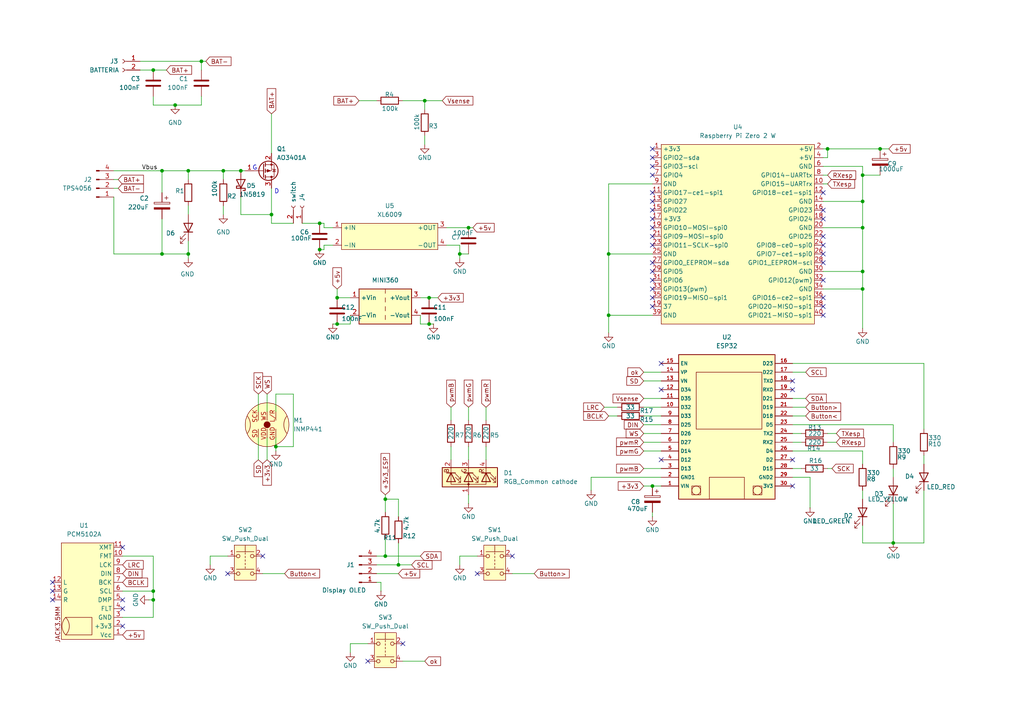
<source format=kicad_sch>
(kicad_sch (version 20250114) (generator "eeschema") (generator_version "9.0")
  (paper "A4")
  (lib_symbols
    (symbol "Connector:Conn_01x02_Socket" (pin_names (offset 1.016) (hide yes))
      (property "Reference" "J" (at 0 2.54 0))
      (property "Value" "Conn_01x02_Socket" (at 0 -5.08 0))
      (symbol "Conn_01x02_Socket_1_1"
        (pin passive line (at -5.08 0 0) (length 3.81) (name "Pin_1") (number "1"))
        (pin passive line (at -5.08 -2.54 0) (length 3.81) (name "Pin_2") (number "2"))
      )
    )
    (symbol "Connector:Conn_01x04_Pin" (pin_names (offset 1.016) (hide yes))
      (property "Reference" "J" (at 0 5.08 0))
      (property "Value" "Conn_01x04_Pin" (at 0 -7.62 0))
      (symbol "Conn_01x04_Pin_1_1"
        (pin passive line (at 5.08 2.54 180) (length 3.81) (name "Pin_1") (number "1"))
        (pin passive line (at 5.08 0 180) (length 3.81) (name "Pin_2") (number "2"))
        (pin passive line (at 5.08 -2.54 180) (length 3.81) (name "Pin_3") (number "3"))
        (pin passive line (at 5.08 -5.08 180) (length 3.81) (name "Pin_4") (number "4"))
      )
    )
    (symbol "Device:C" (pin_numbers (hide yes)) (pin_names (offset 0.254))
      (property "Reference" "C" (at 0.635 2.54 0))
      (property "Value" "C" (at 0.635 -2.54 0))
      (symbol "C_1_1"
        (pin passive line (at 0 3.81 270) (length 2.794) (name "~") (number "1"))
        (pin passive line (at 0 -3.81 90) (length 2.794) (name "~") (number "2"))
      )
    )
    (symbol "Device:C_Polarized" (pin_numbers (hide yes)) (pin_names (offset 0.254))
      (property "Reference" "C" (at 0.635 2.54 0))
      (property "Value" "C_Polarized" (at 0.635 -2.54 0))
      (symbol "C_Polarized_1_1"
        (pin passive line (at 0 3.81 270) (length 2.794) (name "~") (number "1"))
        (pin passive line (at 0 -3.81 90) (length 2.794) (name "~") (number "2"))
      )
    )
    (symbol "Device:LED" (pin_numbers (hide yes)) (pin_names (offset 1.016) (hide yes))
      (property "Reference" "D" (at 0 2.54 0))
      (property "Value" "LED" (at 0 -2.54 0))
      (symbol "LED_1_1"
        (pin passive line (at -3.81 0 0) (length 2.54) (name "K") (number "1"))
        (pin passive line (at 3.81 0 180) (length 2.54) (name "A") (number "2"))
      )
    )
    (symbol "Device:LED_ABGR" (pin_names (offset 0) (hide yes))
      (property "Reference" "D" (at 0 9.398 0))
      (property "Value" "LED_ABGR" (at 0 -8.89 0))
      (symbol "LED_ABGR_0_0"
        (text "R" (at -1.905 3.81 0) (effects (font (size 1.27 1.27))))
        (text "G" (at -1.905 -1.27 0) (effects (font (size 1.27 1.27))))
        (text "B" (at -1.905 -6.35 0) (effects (font (size 1.27 1.27))))
      )
      (symbol "LED_ABGR_1_1"
        (pin passive line (at -5.08 5.08 0) (length 2.54) (name "RK") (number "4"))
        (pin passive line (at -5.08 0 0) (length 2.54) (name "GK") (number "3"))
        (pin passive line (at -5.08 -5.08 0) (length 2.54) (name "BK") (number "2"))
        (pin passive line (at 5.08 0 180) (length 2.54) (name "A") (number "1"))
      )
    )
    (symbol "Device:R" (pin_numbers (hide yes)) (pin_names (offset 0))
      (property "Reference" "R" (at 2.032 0 90))
      (property "Value" "R" (at 0 0 90))
      (symbol "R_1_1"
        (pin passive line (at 0 3.81 270) (length 1.27) (name "~") (number "1"))
        (pin passive line (at 0 -3.81 90) (length 1.27) (name "~") (number "2"))
      )
    )
    (symbol "Diode:1N5819" (pin_numbers (hide yes)) (pin_names (offset 1.016) (hide yes))
      (property "Reference" "D" (at 0 2.54 0))
      (property "Value" "1N5819" (at 0 -2.54 0))
      (symbol "1N5819_1_1"
        (pin passive line (at -3.81 0 0) (length 2.54) (name "K") (number "1"))
        (pin passive line (at 3.81 0 180) (length 2.54) (name "A") (number "2"))
      )
    )
    (symbol "Libreria_Personale:ESP32"
      (property "Reference" "U" (at 11.43 26.67 0))
      (property "Value" "ESP32" (at 0 0 0))
      (symbol "ESP32_1_0"
        (pin input line (at -19.05 22.86 0) (length 5.08) (name "EN") (number "15"))
        (pin input line (at -19.05 20.32 0) (length 5.08) (name "VP") (number "14"))
        (pin input line (at -19.05 17.78 0) (length 5.08) (name "VN") (number "13"))
        (pin bidirectional line (at -19.05 15.24 0) (length 5.08) (name "D34") (number "12"))
        (pin bidirectional line (at -19.05 12.7 0) (length 5.08) (name "D35") (number "11"))
        (pin bidirectional line (at -19.05 10.16 0) (length 5.08) (name "D32") (number "10"))
        (pin bidirectional line (at -19.05 7.62 0) (length 5.08) (name "D33") (number "9"))
        (pin bidirectional line (at -19.05 5.08 0) (length 5.08) (name "D25") (number "8"))
        (pin bidirectional line (at -19.05 2.54 0) (length 5.08) (name "D26") (number "7"))
        (pin bidirectional line (at -19.05 0 0) (length 5.08) (name "D27") (number "6"))
        (pin bidirectional line (at -19.05 -2.54 0) (length 5.08) (name "D14") (number "5"))
        (pin bidirectional line (at -19.05 -5.08 0) (length 5.08) (name "D12") (number "4"))
        (pin bidirectional line (at -19.05 -7.62 0) (length 5.08) (name "D13") (number "3"))
        (pin power_in line (at -19.05 -10.16 0) (length 5.08) (name "GND1") (number "2"))
        (pin power_in line (at -19.05 -12.7 0) (length 5.08) (name "VIN") (number "1"))
        (pin bidirectional line (at 19.05 22.86 180) (length 5.08) (name "D23") (number "16"))
        (pin bidirectional line (at 19.05 20.32 180) (length 5.08) (name "D22") (number "17"))
        (pin output line (at 19.05 17.78 180) (length 5.08) (name "TX0") (number "18"))
        (pin input line (at 19.05 15.24 180) (length 5.08) (name "RX0") (number "19"))
        (pin bidirectional line (at 19.05 12.7 180) (length 5.08) (name "D21") (number "20"))
        (pin bidirectional line (at 19.05 10.16 180) (length 5.08) (name "D19") (number "21"))
        (pin bidirectional line (at 19.05 7.62 180) (length 5.08) (name "D18") (number "22"))
        (pin bidirectional line (at 19.05 5.08 180) (length 5.08) (name "D5") (number "23"))
        (pin power_in line (at 19.05 2.54 180) (length 5.08) (name "TX2") (number "24"))
        (pin power_in line (at 19.05 0 180) (length 5.08) (name "RX2") (number "25"))
        (pin bidirectional line (at 19.05 -2.54 180) (length 5.08) (name "D4") (number "26"))
        (pin bidirectional line (at 19.05 -5.08 180) (length 5.08) (name "D2") (number "27"))
        (pin bidirectional line (at 19.05 -7.62 180) (length 5.08) (name "D15") (number "28"))
        (pin power_in line (at 19.05 -10.16 180) (length 5.08) (name "GND2") (number "29"))
        (pin power_in line (at 19.05 -12.7 180) (length 5.08) (name "3V3") (number "30"))
      )
    )
    (symbol "Libreria_Personale:INMP441_Microphone_I2S"
      (property "Reference" "M1" (at 7.62 1.2701 0))
      (property "Value" "INMP441" (at 7.62 -1.2699 0))
      (symbol "INMP441_Microphone_I2S_1_1"
        (pin bidirectional line (at -2.54 3.81 270) (length 2.54) (name "") (number "SCK"))
        (pin bidirectional line (at -2.54 -3.81 90) (length 2.54) (name "") (number "SD"))
        (pin bidirectional line (at 0 3.81 270) (length 2.54) (name "") (number "WS"))
        (pin power_in line (at 0 -3.81 90) (length 2.54) (name "") (number "VDD"))
        (pin input line (at 2.54 3.81 270) (length 2.54) (name "") (number "L/R"))
        (pin power_in line (at 2.54 -3.81 90) (length 2.54) (name "") (number "GND"))
      )
    )
    (symbol "Libreria_Personale:Mini360_DCDC_stepdown"
      (property "Value" "MINI360" (at 0 -7.62 0))
      (symbol "Mini360_DCDC_stepdown_0_0"
        (pin power_in line (at -10.16 1.27 0) (length 2.54) (name "+Vin") (number "1"))
        (pin power_in line (at -10.16 -3.81 0) (length 2.54) (name "-Vin") (number "2"))
        (pin power_out line (at 10.16 -3.81 180) (length 2.54) (name "-Vout") (number "4"))
      )
      (symbol "Mini360_DCDC_stepdown_1_0"
        (pin power_out line (at 10.16 1.27 180) (length 2.54) (name "+Vout") (number "3"))
      )
    )
    (symbol "Libreria_Personale:PCM5102A"
      (property "Reference" "U" (at 17.018 5.08 0))
      (property "Value" "PCM5102A" (at 0 0 0))
      (symbol "PCM5102A_1_1"
        (text "JACK3.5MM" (at 10.922 -8.636 0) (effects (font (size 1.27 1.27))))
        (pin input line (at -11.43 10.16 270) (length 2.54) (name "XMT") (number "11"))
        (pin input line (at -8.89 10.16 270) (length 2.54) (name "FMT") (number "10"))
        (pin input line (at -6.35 10.16 270) (length 2.54) (name "LCK") (number "9"))
        (pin input line (at -3.81 10.16 270) (length 2.54) (name "DIN") (number "8"))
        (pin input line (at -1.27 10.16 270) (length 2.54) (name "BCK") (number "7"))
        (pin input line (at -1.27 -10.16 90) (length 2.54) (name "L") (number "12"))
        (pin input line (at 1.27 10.16 270) (length 2.54) (name "SCL") (number "6"))
        (pin input line (at 1.27 -10.16 90) (length 2.54) (name "G") (number "13"))
        (pin input line (at 3.81 10.16 270) (length 2.54) (name "DMP") (number "5"))
        (pin input line (at 3.81 -10.16 90) (length 2.54) (name "R") (number "14"))
        (pin input line (at 6.35 10.16 270) (length 2.54) (name "FLT") (number "4"))
        (pin input line (at 8.89 10.16 270) (length 2.54) (name "GND") (number "3"))
        (pin input line (at 11.43 10.16 270) (length 2.54) (name "+3v3") (number "2"))
        (pin input line (at 13.97 10.16 270) (length 2.54) (name "Vcc") (number "1"))
      )
    )
    (symbol "Libreria_Personale:Raspberry_Pi_Zero_2_W"
      (property "Reference" "U" (at 15.748 8.636 0))
      (property "Value" "Raspberry Pi Zero 2 W" (at -0.508 -45.72 0))
      (symbol "Raspberry_Pi_Zero_2_W_1_1"
        (pin input line (at -25.4 6.35 0) (length 2.54) (name "+3v3") (number "1"))
        (pin input line (at -25.4 3.81 0) (length 2.54) (name "GPIO2-sda") (number "3"))
        (pin input line (at -25.4 1.27 0) (length 2.54) (name "GPIO3-scl") (number "5"))
        (pin input line (at -25.4 -1.27 0) (length 2.54) (name "GPIO4") (number "7"))
        (pin input line (at -25.4 -3.81 0) (length 2.54) (name "GND") (number "9"))
        (pin input line (at -25.4 -6.35 0) (length 2.54) (name "GPIO17-ce1-spi1") (number "11"))
        (pin input line (at -25.4 -8.89 0) (length 2.54) (name "GPIO27") (number "13"))
        (pin input line (at -25.4 -11.43 0) (length 2.54) (name "GPIO22") (number "15"))
        (pin input line (at -25.4 -13.97 0) (length 2.54) (name "+3V3") (number "17"))
        (pin input line (at -25.4 -16.51 0) (length 2.54) (name "GPIO10-MOSI-spi0") (number "19"))
        (pin input line (at -25.4 -19.05 0) (length 2.54) (name "GPIO9-MOSI-spi0") (number "21"))
        (pin input line (at -25.4 -21.59 0) (length 2.54) (name "GPIO11-SCLK-spi0") (number "23"))
        (pin input line (at -25.4 -24.13 0) (length 2.54) (name "GND") (number "25"))
        (pin input line (at -25.4 -26.67 0) (length 2.54) (name "GPIO0_EEPROM-sda") (number "27"))
        (pin input line (at -25.4 -29.21 0) (length 2.54) (name "GPIO5") (number "29"))
        (pin input line (at -25.4 -31.75 0) (length 2.54) (name "GPIO6") (number "31"))
        (pin input line (at -25.4 -34.29 0) (length 2.54) (name "GPIO13(pwm)") (number "33"))
        (pin input line (at -25.4 -36.83 0) (length 2.54) (name "GPIO19-MISO-spi1") (number "35"))
        (pin input line (at -25.4 -39.37 0) (length 2.54) (name "37") (number "19"))
        (pin input line (at -25.4 -41.91 0) (length 2.54) (name "GND") (number "39"))
        (pin input line (at 24.13 6.35 180) (length 2.54) (name "+5V") (number "2"))
        (pin input line (at 24.13 3.81 180) (length 2.54) (name "+5V") (number "4"))
        (pin input line (at 24.13 1.27 180) (length 2.54) (name "GND") (number "6"))
        (pin input line (at 24.13 -1.27 180) (length 2.54) (name "GPIO14-UARTtx") (number "8"))
        (pin input line (at 24.13 -3.81 180) (length 2.54) (name "GPIO15-UARTrx") (number "10"))
        (pin input line (at 24.13 -6.35 180) (length 2.54) (name "GPIO18-ce1-spi1") (number "12"))
        (pin input line (at 24.13 -8.89 180) (length 2.54) (name "GND") (number "14"))
        (pin input line (at 24.13 -11.43 180) (length 2.54) (name "GPIO23") (number "16"))
        (pin input line (at 24.13 -13.97 180) (length 2.54) (name "GPIO24") (number "18"))
        (pin input line (at 24.13 -16.51 180) (length 2.54) (name "GND") (number "20"))
        (pin input line (at 24.13 -19.05 180) (length 2.54) (name "GPIO25") (number "22"))
        (pin input line (at 24.13 -21.59 180) (length 2.54) (name "GPIO8-ce0-spi0") (number "24"))
        (pin input line (at 24.13 -24.13 180) (length 2.54) (name "GPIO7-ce1-spi0") (number "26"))
        (pin input line (at 24.13 -26.67 180) (length 2.54) (name "GPIO1_EEPROM-scl") (number "28"))
        (pin input line (at 24.13 -29.21 180) (length 2.54) (name "GND") (number "30"))
        (pin input line (at 24.13 -31.75 180) (length 2.54) (name "GPIO12(pwm)") (number "32"))
        (pin input line (at 24.13 -34.29 180) (length 2.54) (name "GND") (number "34"))
        (pin input line (at 24.13 -36.83 180) (length 2.54) (name "GPIO16-ce2-spi1") (number "36"))
        (pin input line (at 24.13 -39.37 180) (length 2.54) (name "GPIO20-MISO-spi1") (number "38"))
        (pin input line (at 24.13 -41.91 180) (length 2.54) (name "GPIO21-MISO-spi1") (number "40"))
      )
    )
    (symbol "Libreria_Personale:XL6009"
      (property "Reference" "U" (at 10.922 4.826 0))
      (property "Value" "XL6009" (at 0 0 0))
      (symbol "XL6009_1_1"
        (pin input line (at -16.51 2.54 0) (length 2.54) (name "+IN") (number "1"))
        (pin input line (at -16.51 -2.54 0) (length 2.54) (name "-IN") (number "2"))
        (pin output line (at 16.51 2.54 180) (length 2.54) (name "+OUT") (number "3"))
        (pin output line (at 16.51 -2.54 180) (length 2.54) (name "-OUT") (number "4"))
      )
    )
    (symbol "Switch:SW_Push_Dual" (pin_names (offset 1.016) (hide yes))
      (property "Reference" "SW" (at 0 7.62 0))
      (property "Value" "SW_Push_Dual" (at 0 -6.35 0))
      (symbol "SW_Push_Dual_0_1"
        (pin passive line (at -5.08 2.54 0) (length 2.54) (name "1") (number "1"))
        (pin passive line (at -5.08 -2.54 0) (length 2.54) (name "3") (number "3"))
        (pin passive line (at 5.08 2.54 180) (length 2.54) (name "2") (number "2"))
        (pin passive line (at 5.08 -2.54 180) (length 2.54) (name "4") (number "4"))
      )
    )
    (symbol "Transistor_FET:AO3401A" (pin_names (hide yes))
      (property "Reference" "Q" (at 5.08 1.905 0))
      (property "Value" "AO3401A" (at 5.08 0 0))
      (symbol "AO3401A_1_1"
        (pin input line (at -5.08 0 0) (length 2.54) (name "G") (number "1"))
        (pin passive line (at 2.54 5.08 270) (length 2.54) (name "D") (number "3"))
        (pin passive line (at 2.54 -5.08 90) (length 2.54) (name "S") (number "2"))
      )
    )
    (symbol "power:GND" (power) (pin_numbers (hide yes)) (pin_names (offset 0) (hide yes))
      (property "Value" "GND" (at 0 -3.81 0))
      (symbol "GND_1_1"
        (pin power_in line (at 0 0 270) (length 0) (name "~") (number "1"))
      )
    )
  )
  (text "G" (at 73.914 48.768 0) (effects (font (size 1.27 1.27))))
  (text "D" (at 80.264 55.626 0) (effects (font (size 1.27 1.27))))
  (junction (at 97.79 86.36))
  (junction (at 46.99 49.53))
  (junction (at 44.45 20.32))
  (junction (at 78.74 62.23))
  (junction (at 64.77 49.53))
  (junction (at 240.03 43.18))
  (junction (at 46.99 73.66))
  (junction (at 123.19 29.21))
  (junction (at 115.57 163.83))
  (junction (at 189.23 140.97))
  (junction (at 54.61 49.53))
  (junction (at 250.19 50.8))
  (junction (at 255.27 43.18))
  (junction (at 111.76 161.29))
  (junction (at 44.45 171.45))
  (junction (at 176.53 91.44))
  (junction (at 80.01 129.54))
  (junction (at 111.76 144.78))
  (junction (at 44.45 173.99))
  (junction (at 250.19 58.42))
  (junction (at 92.71 72.39))
  (junction (at 124.46 86.36))
  (junction (at 135.89 66.04))
  (junction (at 250.19 66.04))
  (junction (at 176.53 73.66))
  (junction (at 69.85 49.53))
  (junction (at 250.19 83.82))
  (junction (at 54.61 73.66))
  (junction (at 58.42 17.78))
  (junction (at 133.35 73.66))
  (junction (at 92.71 64.77))
  (junction (at 259.08 157.48))
  (junction (at 50.8 30.48))
  (junction (at 97.79 93.98))
  (junction (at 250.19 78.74))
  (junction (at 124.46 93.98))
  (no_connect (at 189.23 81.28))
  (no_connect (at 189.23 58.42))
  (no_connect (at 238.76 88.9))
  (no_connect (at 106.68 191.77))
  (no_connect (at 238.76 73.66))
  (no_connect (at 35.56 176.53))
  (no_connect (at 35.56 158.75))
  (no_connect (at 189.23 48.26))
  (no_connect (at 238.76 91.44))
  (no_connect (at 189.23 66.04))
  (no_connect (at 189.23 86.36))
  (no_connect (at 191.77 133.35))
  (no_connect (at 189.23 83.82))
  (no_connect (at 229.87 133.35))
  (no_connect (at 238.76 63.5))
  (no_connect (at 189.23 68.58))
  (no_connect (at 238.76 68.58))
  (no_connect (at 15.24 171.45))
  (no_connect (at 191.77 113.03))
  (no_connect (at 189.23 45.72))
  (no_connect (at 15.24 173.99))
  (no_connect (at 238.76 55.88))
  (no_connect (at 148.59 161.29))
  (no_connect (at 238.76 86.36))
  (no_connect (at 238.76 76.2))
  (no_connect (at 229.87 110.49))
  (no_connect (at 35.56 173.99))
  (no_connect (at 189.23 71.12))
  (no_connect (at 189.23 76.2))
  (no_connect (at 35.56 181.61))
  (no_connect (at 189.23 60.96))
  (no_connect (at 189.23 88.9))
  (no_connect (at 189.23 78.74))
  (no_connect (at 238.76 71.12))
  (no_connect (at 238.76 60.96))
  (no_connect (at 229.87 140.97))
  (no_connect (at 189.23 55.88))
  (no_connect (at 189.23 63.5))
  (no_connect (at 189.23 43.18))
  (no_connect (at 66.04 166.37))
  (no_connect (at 15.24 168.91))
  (no_connect (at 191.77 105.41))
  (no_connect (at 116.84 186.69))
  (no_connect (at 229.87 113.03))
  (no_connect (at 189.23 50.8))
  (no_connect (at 76.2 161.29))
  (no_connect (at 238.76 81.28))
  (no_connect (at 138.43 166.37))
  (wire (pts (xy 176.53 73.66) (xy 176.53 91.44)))
  (wire (pts (xy 140.97 133.35) (xy 140.97 129.54)))
  (wire (pts (xy 111.76 156.21) (xy 111.76 161.29)))
  (wire (pts (xy 229.87 123.19) (xy 259.08 123.19)))
  (wire (pts (xy 240.03 45.72) (xy 240.03 43.18)))
  (wire (pts (xy 44.45 20.32) (xy 40.64 20.32)))
  (wire (pts (xy 186.69 120.65) (xy 191.77 120.65)))
  (wire (pts (xy 101.6 93.98) (xy 97.79 93.98)))
  (wire (pts (xy 46.99 73.66) (xy 54.61 73.66)))
  (wire (pts (xy 35.56 179.07) (xy 44.45 179.07)))
  (wire (pts (xy 129.54 71.12) (xy 133.35 71.12)))
  (wire (pts (xy 111.76 144.78) (xy 111.76 148.59)))
  (wire (pts (xy 74.93 127) (xy 74.93 133.35)))
  (wire (pts (xy 171.45 138.43) (xy 171.45 142.24)))
  (wire (pts (xy 59.69 17.78) (xy 58.42 17.78)))
  (wire (pts (xy 250.19 48.26) (xy 250.19 50.8)))
  (wire (pts (xy 54.61 49.53) (xy 64.77 49.53)))
  (wire (pts (xy 189.23 148.59) (xy 189.23 149.86)))
  (wire (pts (xy 229.87 115.57) (xy 233.68 115.57)))
  (wire (pts (xy 87.63 64.77) (xy 92.71 64.77)))
  (wire (pts (xy 116.84 191.77) (xy 123.19 191.77)))
  (wire (pts (xy 186.69 115.57) (xy 191.77 115.57)))
  (wire (pts (xy 97.79 86.36) (xy 101.6 86.36)))
  (wire (pts (xy 189.23 91.44) (xy 176.53 91.44)))
  (wire (pts (xy 111.76 161.29) (xy 121.92 161.29)))
  (wire (pts (xy 250.19 130.81) (xy 250.19 134.62)))
  (wire (pts (xy 60.96 161.29) (xy 66.04 161.29)))
  (wire (pts (xy 77.47 114.3) (xy 77.47 119.38)))
  (wire (pts (xy 93.98 64.77) (xy 92.71 64.77)))
  (wire (pts (xy 69.85 57.15) (xy 69.85 62.23)))
  (wire (pts (xy 44.45 27.94) (xy 44.45 30.48)))
  (wire (pts (xy 259.08 123.19) (xy 259.08 128.27)))
  (wire (pts (xy 35.56 171.45) (xy 44.45 171.45)))
  (wire (pts (xy 229.87 138.43) (xy 234.95 138.43)))
  (wire (pts (xy 80.01 114.3) (xy 85.09 114.3)))
  (wire (pts (xy 35.56 161.29) (xy 44.45 161.29)))
  (wire (pts (xy 238.76 53.34) (xy 240.03 53.34)))
  (wire (pts (xy 58.42 27.94) (xy 58.42 30.48)))
  (wire (pts (xy 34.29 54.61) (xy 33.02 54.61)))
  (wire (pts (xy 85.09 129.54) (xy 80.01 129.54)))
  (wire (pts (xy 186.69 128.27) (xy 191.77 128.27)))
  (wire (pts (xy 121.92 93.98) (xy 124.46 93.98)))
  (wire (pts (xy 240.03 128.27) (xy 242.57 128.27)))
  (wire (pts (xy 64.77 49.53) (xy 64.77 52.07)))
  (wire (pts (xy 115.57 149.86) (xy 115.57 144.78)))
  (wire (pts (xy 135.89 133.35) (xy 135.89 129.54)))
  (wire (pts (xy 54.61 49.53) (xy 46.99 49.53)))
  (wire (pts (xy 97.79 83.82) (xy 97.79 86.36)))
  (wire (pts (xy 96.52 71.12) (xy 93.98 71.12)))
  (wire (pts (xy 250.19 152.4) (xy 250.19 157.48)))
  (wire (pts (xy 101.6 93.98) (xy 101.6 91.44)))
  (wire (pts (xy 77.47 127) (xy 77.47 133.35)))
  (wire (pts (xy 240.03 135.89) (xy 241.3 135.89)))
  (wire (pts (xy 54.61 59.69) (xy 54.61 62.23)))
  (wire (pts (xy 250.19 58.42) (xy 250.19 66.04)))
  (wire (pts (xy 238.76 50.8) (xy 240.03 50.8)))
  (wire (pts (xy 250.19 142.24) (xy 250.19 144.78)))
  (wire (pts (xy 33.02 57.15) (xy 33.02 73.66)))
  (wire (pts (xy 229.87 105.41) (xy 267.97 105.41)))
  (wire (pts (xy 267.97 132.08) (xy 267.97 134.62)))
  (wire (pts (xy 109.22 161.29) (xy 111.76 161.29)))
  (wire (pts (xy 135.89 143.51) (xy 135.89 146.05)))
  (wire (pts (xy 130.81 118.11) (xy 130.81 121.92)))
  (wire (pts (xy 106.68 186.69) (xy 101.6 186.69)))
  (wire (pts (xy 229.87 135.89) (xy 232.41 135.89)))
  (wire (pts (xy 250.19 83.82) (xy 250.19 95.25)))
  (wire (pts (xy 101.6 186.69) (xy 101.6 189.23)))
  (wire (pts (xy 240.03 125.73) (xy 242.57 125.73)))
  (wire (pts (xy 109.22 166.37) (xy 115.57 166.37)))
  (wire (pts (xy 186.69 110.49) (xy 191.77 110.49)))
  (wire (pts (xy 80.01 129.54) (xy 80.01 130.81)))
  (wire (pts (xy 44.45 171.45) (xy 44.45 173.99)))
  (wire (pts (xy 115.57 157.48) (xy 115.57 163.83)))
  (wire (pts (xy 259.08 146.05) (xy 259.08 157.48)))
  (wire (pts (xy 135.89 118.11) (xy 135.89 121.92)))
  (wire (pts (xy 44.45 173.99) (xy 43.18 173.99)))
  (wire (pts (xy 238.76 48.26) (xy 250.19 48.26)))
  (wire (pts (xy 80.01 127) (xy 80.01 129.54)))
  (wire (pts (xy 93.98 66.04) (xy 93.98 64.77)))
  (wire (pts (xy 133.35 73.66) (xy 133.35 74.93)))
  (wire (pts (xy 121.92 93.98) (xy 121.92 91.44)))
  (wire (pts (xy 54.61 52.07) (xy 54.61 49.53)))
  (wire (pts (xy 140.97 118.11) (xy 140.97 121.92)))
  (wire (pts (xy 96.52 93.98) (xy 97.79 93.98)))
  (wire (pts (xy 33.02 73.66) (xy 46.99 73.66)))
  (wire (pts (xy 85.09 114.3) (xy 85.09 129.54)))
  (wire (pts (xy 44.45 161.29) (xy 44.45 171.45)))
  (wire (pts (xy 250.19 78.74) (xy 250.19 83.82)))
  (wire (pts (xy 229.87 130.81) (xy 250.19 130.81)))
  (wire (pts (xy 148.59 166.37) (xy 154.94 166.37)))
  (wire (pts (xy 93.98 72.39) (xy 92.71 72.39)))
  (wire (pts (xy 176.53 91.44) (xy 176.53 96.52)))
  (wire (pts (xy 267.97 105.41) (xy 267.97 124.46)))
  (wire (pts (xy 96.52 66.04) (xy 93.98 66.04)))
  (wire (pts (xy 171.45 138.43) (xy 191.77 138.43)))
  (wire (pts (xy 124.46 93.98) (xy 125.73 93.98)))
  (wire (pts (xy 229.87 128.27) (xy 232.41 128.27)))
  (wire (pts (xy 54.61 69.85) (xy 54.61 73.66)))
  (wire (pts (xy 250.19 66.04) (xy 250.19 78.74)))
  (wire (pts (xy 229.87 125.73) (xy 232.41 125.73)))
  (wire (pts (xy 74.93 114.3) (xy 74.93 119.38)))
  (wire (pts (xy 78.74 62.23) (xy 78.74 64.77)))
  (wire (pts (xy 111.76 143.51) (xy 111.76 144.78)))
  (wire (pts (xy 176.53 53.34) (xy 176.53 73.66)))
  (wire (pts (xy 238.76 45.72) (xy 240.03 45.72)))
  (wire (pts (xy 110.49 168.91) (xy 110.49 171.45)))
  (wire (pts (xy 133.35 71.12) (xy 133.35 73.66)))
  (wire (pts (xy 115.57 144.78) (xy 111.76 144.78)))
  (wire (pts (xy 238.76 58.42) (xy 250.19 58.42)))
  (wire (pts (xy 115.57 163.83) (xy 119.38 163.83)))
  (wire (pts (xy 60.96 161.29) (xy 60.96 163.83)))
  (wire (pts (xy 109.22 168.91) (xy 110.49 168.91)))
  (wire (pts (xy 186.69 123.19) (xy 191.77 123.19)))
  (wire (pts (xy 250.19 157.48) (xy 259.08 157.48)))
  (wire (pts (xy 186.69 135.89) (xy 191.77 135.89)))
  (wire (pts (xy 186.69 118.11) (xy 191.77 118.11)))
  (wire (pts (xy 93.98 71.12) (xy 93.98 72.39)))
  (wire (pts (xy 34.29 52.07) (xy 33.02 52.07)))
  (wire (pts (xy 129.54 66.04) (xy 135.89 66.04)))
  (wire (pts (xy 186.69 107.95) (xy 191.77 107.95)))
  (wire (pts (xy 46.99 63.5) (xy 46.99 73.66)))
  (wire (pts (xy 46.99 55.88) (xy 46.99 49.53)))
  (wire (pts (xy 104.14 29.21) (xy 109.22 29.21)))
  (wire (pts (xy 229.87 120.65) (xy 233.68 120.65)))
  (wire (pts (xy 186.69 140.97) (xy 189.23 140.97)))
  (wire (pts (xy 133.35 161.29) (xy 133.35 163.83)))
  (wire (pts (xy 58.42 17.78) (xy 40.64 17.78)))
  (wire (pts (xy 240.03 43.18) (xy 255.27 43.18)))
  (wire (pts (xy 250.19 50.8) (xy 250.19 58.42)))
  (wire (pts (xy 64.77 59.69) (xy 64.77 62.23)))
  (wire (pts (xy 238.76 43.18) (xy 240.03 43.18)))
  (wire (pts (xy 238.76 78.74) (xy 250.19 78.74)))
  (wire (pts (xy 238.76 83.82) (xy 250.19 83.82)))
  (wire (pts (xy 58.42 30.48) (xy 50.8 30.48)))
  (wire (pts (xy 186.69 130.81) (xy 191.77 130.81)))
  (wire (pts (xy 44.45 30.48) (xy 50.8 30.48)))
  (wire (pts (xy 123.19 39.37) (xy 123.19 41.91)))
  (wire (pts (xy 123.19 31.75) (xy 123.19 29.21)))
  (wire (pts (xy 121.92 86.36) (xy 124.46 86.36)))
  (wire (pts (xy 176.53 120.65) (xy 179.07 120.65)))
  (wire (pts (xy 76.2 166.37) (xy 82.55 166.37)))
  (wire (pts (xy 189.23 73.66) (xy 176.53 73.66)))
  (wire (pts (xy 135.89 66.04) (xy 137.16 66.04)))
  (wire (pts (xy 109.22 163.83) (xy 115.57 163.83)))
  (wire (pts (xy 69.85 62.23) (xy 78.74 62.23)))
  (wire (pts (xy 189.23 140.97) (xy 191.77 140.97)))
  (wire (pts (xy 135.89 73.66) (xy 133.35 73.66)))
  (wire (pts (xy 44.45 179.07) (xy 44.45 173.99)))
  (wire (pts (xy 78.74 64.77) (xy 85.09 64.77)))
  (wire (pts (xy 69.85 49.53) (xy 64.77 49.53)))
  (wire (pts (xy 58.42 17.78) (xy 58.42 20.32)))
  (wire (pts (xy 80.01 119.38) (xy 80.01 114.3)))
  (wire (pts (xy 71.12 49.53) (xy 69.85 49.53)))
  (wire (pts (xy 130.81 133.35) (xy 130.81 129.54)))
  (wire (pts (xy 255.27 50.8) (xy 250.19 50.8)))
  (wire (pts (xy 234.95 138.43) (xy 234.95 147.32)))
  (wire (pts (xy 48.26 20.32) (xy 44.45 20.32)))
  (wire (pts (xy 124.46 86.36) (xy 127 86.36)))
  (wire (pts (xy 229.87 107.95) (xy 233.68 107.95)))
  (wire (pts (xy 138.43 161.29) (xy 133.35 161.29)))
  (wire (pts (xy 238.76 66.04) (xy 250.19 66.04)))
  (wire (pts (xy 267.97 157.48) (xy 259.08 157.48)))
  (wire (pts (xy 186.69 125.73) (xy 191.77 125.73)))
  (wire (pts (xy 259.08 135.89) (xy 259.08 138.43)))
  (wire (pts (xy 46.99 49.53) (xy 33.02 49.53)))
  (wire (pts (xy 123.19 29.21) (xy 128.27 29.21)))
  (wire (pts (xy 54.61 73.66) (xy 54.61 74.93)))
  (wire (pts (xy 233.68 118.11) (xy 229.87 118.11)))
  (wire (pts (xy 123.19 29.21) (xy 116.84 29.21)))
  (wire (pts (xy 189.23 53.34) (xy 176.53 53.34)))
  (wire (pts (xy 78.74 54.61) (xy 78.74 62.23)))
  (wire (pts (xy 175.26 118.11) (xy 179.07 118.11)))
  (wire (pts (xy 257.81 43.18) (xy 255.27 43.18)))
  (wire (pts (xy 78.74 33.02) (xy 78.74 44.45)))
  (wire (pts (xy 267.97 142.24) (xy 267.97 157.48)))
  (label "Vbus" (at 45.72 49.53 180))
  (global_label "RXesp" (shape input) (at 242.57 128.27 0) (property "Intersheetrefs" "${INTERSHEET_REFS}" (effects (hide yes))))
  (global_label "pwmB" (shape input) (at 130.81 118.11 90) (property "Intersheetrefs" "${INTERSHEET_REFS}" (effects (hide yes))))
  (global_label "SCK" (shape input) (at 74.93 114.3 90) (property "Intersheetrefs" "${INTERSHEET_REFS}" (effects (hide yes))))
  (global_label "WS" (shape input) (at 77.47 114.3 90) (property "Intersheetrefs" "${INTERSHEET_REFS}" (effects (hide yes))))
  (global_label "TXesp" (shape input) (at 240.03 53.34 0) (property "Intersheetrefs" "${INTERSHEET_REFS}" (effects (hide yes))))
  (global_label "Button<" (shape input) (at 82.55 166.37 0) (property "Intersheetrefs" "${INTERSHEET_REFS}" (effects (hide yes))))
  (global_label "SD" (shape input) (at 74.93 133.35 270) (property "Intersheetrefs" "${INTERSHEET_REFS}" (effects (hide yes))))
  (global_label "Vsense" (shape input) (at 186.69 115.57 180) (property "Intersheetrefs" "${INTERSHEET_REFS}" (effects (hide yes))))
  (global_label "+5v" (shape input) (at 137.16 66.04 0) (property "Intersheetrefs" "${INTERSHEET_REFS}" (effects (hide yes))))
  (global_label "+3v3" (shape input) (at 127 86.36 0) (property "Intersheetrefs" "${INTERSHEET_REFS}" (effects (hide yes))))
  (global_label "BCLK" (shape input) (at 35.56 168.91 0) (property "Intersheetrefs" "${INTERSHEET_REFS}" (effects (hide yes))))
  (global_label "SD" (shape input) (at 186.69 110.49 180) (property "Intersheetrefs" "${INTERSHEET_REFS}" (effects (hide yes))))
  (global_label "+5v" (shape input) (at 257.81 43.18 0) (property "Intersheetrefs" "${INTERSHEET_REFS}" (effects (hide yes))))
  (global_label "SDA" (shape input) (at 121.92 161.29 0) (property "Intersheetrefs" "${INTERSHEET_REFS}" (effects (hide yes))))
  (global_label "+5v" (shape input) (at 115.57 166.37 0) (property "Intersheetrefs" "${INTERSHEET_REFS}" (effects (hide yes))))
  (global_label "SDA" (shape input) (at 233.68 115.57 0) (property "Intersheetrefs" "${INTERSHEET_REFS}" (effects (hide yes))))
  (global_label "Button>" (shape input) (at 233.68 118.11 0) (property "Intersheetrefs" "${INTERSHEET_REFS}" (effects (hide yes))))
  (global_label "WS" (shape input) (at 186.69 125.73 180) (property "Intersheetrefs" "${INTERSHEET_REFS}" (effects (hide yes))))
  (global_label "LRC" (shape input) (at 35.56 163.83 0) (property "Intersheetrefs" "${INTERSHEET_REFS}" (effects (hide yes))))
  (global_label "+3v3" (shape input) (at 77.47 133.35 270) (property "Intersheetrefs" "${INTERSHEET_REFS}" (effects (hide yes))))
  (global_label "Vsense" (shape input) (at 128.27 29.21 0) (property "Intersheetrefs" "${INTERSHEET_REFS}" (effects (hide yes))))
  (global_label "TXesp" (shape input) (at 242.57 125.73 0) (property "Intersheetrefs" "${INTERSHEET_REFS}" (effects (hide yes))))
  (global_label "pwmR" (shape input) (at 186.69 128.27 180) (property "Intersheetrefs" "${INTERSHEET_REFS}" (effects (hide yes))))
  (global_label "+3v3_ESP" (shape input) (at 111.76 143.51 90) (property "Intersheetrefs" "${INTERSHEET_REFS}" (effects (hide yes))))
  (global_label "pwmB" (shape input) (at 186.69 135.89 180) (property "Intersheetrefs" "${INTERSHEET_REFS}" (effects (hide yes))))
  (global_label "+3v3" (shape input) (at 186.69 140.97 180) (property "Intersheetrefs" "${INTERSHEET_REFS}" (effects (hide yes))))
  (global_label "pwmR" (shape input) (at 140.97 118.11 90) (property "Intersheetrefs" "${INTERSHEET_REFS}" (effects (hide yes))))
  (global_label "BAT+" (shape input) (at 78.74 33.02 90) (property "Intersheetrefs" "${INTERSHEET_REFS}" (effects (hide yes))))
  (global_label "SCL" (shape input) (at 233.68 107.95 0) (property "Intersheetrefs" "${INTERSHEET_REFS}" (effects (hide yes))))
  (global_label "SCL" (shape input) (at 119.38 163.83 0) (property "Intersheetrefs" "${INTERSHEET_REFS}" (effects (hide yes))))
  (global_label "Button<" (shape input) (at 233.68 120.65 0) (property "Intersheetrefs" "${INTERSHEET_REFS}" (effects (hide yes))))
  (global_label "ok" (shape input) (at 123.19 191.77 0) (property "Intersheetrefs" "${INTERSHEET_REFS}" (effects (hide yes))))
  (global_label "BAT-" (shape input) (at 59.69 17.78 0) (property "Intersheetrefs" "${INTERSHEET_REFS}" (effects (hide yes))))
  (global_label "SCK" (shape input) (at 241.3 135.89 0) (property "Intersheetrefs" "${INTERSHEET_REFS}" (effects (hide yes))))
  (global_label "RXesp" (shape input) (at 240.03 50.8 0) (property "Intersheetrefs" "${INTERSHEET_REFS}" (effects (hide yes))))
  (global_label "+5v" (shape input) (at 97.79 83.82 90) (property "Intersheetrefs" "${INTERSHEET_REFS}" (effects (hide yes))))
  (global_label "BAT+" (shape input) (at 104.14 29.21 180) (property "Intersheetrefs" "${INTERSHEET_REFS}" (effects (hide yes))))
  (global_label "pwmG" (shape input) (at 186.69 130.81 180) (property "Intersheetrefs" "${INTERSHEET_REFS}" (effects (hide yes))))
  (global_label "pwmG" (shape input) (at 135.89 118.11 90) (property "Intersheetrefs" "${INTERSHEET_REFS}" (effects (hide yes))))
  (global_label "DIN" (shape input) (at 35.56 166.37 0) (property "Intersheetrefs" "${INTERSHEET_REFS}" (effects (hide yes))))
  (global_label "BAT+" (shape input) (at 34.29 52.07 0) (property "Intersheetrefs" "${INTERSHEET_REFS}" (effects (hide yes))))
  (global_label "LRC" (shape input) (at 175.26 118.11 180) (property "Intersheetrefs" "${INTERSHEET_REFS}" (effects (hide yes))))
  (global_label "BAT-" (shape input) (at 34.29 54.61 0) (property "Intersheetrefs" "${INTERSHEET_REFS}" (effects (hide yes))))
  (global_label "BAT+" (shape input) (at 48.26 20.32 0) (property "Intersheetrefs" "${INTERSHEET_REFS}" (effects (hide yes))))
  (global_label "DIN" (shape input) (at 186.69 123.19 180) (property "Intersheetrefs" "${INTERSHEET_REFS}" (effects (hide yes))))
  (global_label "Button>" (shape input) (at 154.94 166.37 0) (property "Intersheetrefs" "${INTERSHEET_REFS}" (effects (hide yes))))
  (global_label "+5v" (shape input) (at 35.56 184.15 0) (property "Intersheetrefs" "${INTERSHEET_REFS}" (effects (hide yes))))
  (global_label "BCLK" (shape input) (at 176.53 120.65 180) (property "Intersheetrefs" "${INTERSHEET_REFS}" (effects (hide yes))))
  (global_label "ok" (shape input) (at 186.69 107.95 180) (property "Intersheetrefs" "${INTERSHEET_REFS}" (effects (hide yes))))
  (symbol (lib_id "Libreria_Personale:Raspberry_Pi_Zero_2_W") (at 214.63 49.53 0) (unit 1)
    (property "Reference" "U4" (at 213.995 36.83 0))
    (property "Value" "Raspberry Pi Zero 2 W" (at 213.995 39.37 0))
    (property "Footprint" "Module:Raspberry_Pi_Zero_Socketed_THT_FaceDown_MountingHoles" (effects (hide yes)))
  )
  (symbol (lib_id "power:GND") (at 171.45 142.24 0) (unit 1)
    (property "Reference" "#PWR013" (effects (hide yes)))
    (property "Value" "GND" (at 171.45 146.05 0))
    (property "Description" "Power symbol creates a global label with name \"GND\" , ground" (effects (hide yes)))
  )
  (symbol (lib_id "Device:LED") (at 250.19 148.59 270) (mirror x) (unit 1)
    (property "Reference" "D2" (at 247.396 149.606 90) (effects (justify right)))
    (property "Value" "LED_GREEN" (at 246.634 151.13 90) (effects (justify right)))
    (property "Footprint" "LED_THT:LED_D4.0mm" (effects (hide yes)))
    (property "Description" "Light emitting diode" (effects (hide yes)))
    (property "Sim.Pins" "1=K 2=A" (effects (hide yes)))
  )
  (symbol (lib_id "Libreria_Personale:PCM5102A") (at 25.4 170.18 270) (unit 1)
    (property "Reference" "U1" (at 24.3811 152.4 90))
    (property "Value" "PCM5102A" (at 24.3811 154.94 90))
    (property "Footprint" "LIB_Personale:PCM5102A" (effects (hide yes)))
    (property "Description" "Modulo audio DAC 24bit stereo" (effects (hide yes)))
  )
  (symbol (lib_id "power:GND") (at 80.01 130.81 0) (unit 1)
    (property "Reference" "#PWR05" (effects (hide yes)))
    (property "Value" "GND" (at 80.01 134.62 0))
    (property "Description" "Power symbol creates a global label with name \"GND\" , ground" (effects (hide yes)))
  )
  (symbol (lib_id "Device:R") (at 259.08 132.08 0) (mirror y) (unit 1)
    (property "Reference" "R9" (at 262.89 132.588 0) (effects (justify left)))
    (property "Value" "330" (at 264.16 130.81 0) (effects (justify left)))
    (property "Footprint" "Resistor_THT:R_Axial_DIN0204_L3.6mm_D1.6mm_P5.08mm_Horizontal" (effects (hide yes)))
    (property "Description" "Resistor" (effects (hide yes)))
  )
  (symbol (lib_id "Connector:Conn_01x04_Pin") (at 104.14 166.37 0) (mirror x) (unit 1)
    (property "Reference" "J1" (at 102.87 163.8299 0) (effects (justify right)))
    (property "Value" "Display OLED" (at 106.172 171.196 0) (effects (justify right)))
    (property "Footprint" "Connector_Molex:Molex_KK-254_AE-6410-04A_1x04_P2.54mm_Vertical" (effects (hide yes)))
    (property "Description" "Generic connector, single row, 01x04, script generated" (effects (hide yes)))
  )
  (symbol (lib_id "power:GND") (at 92.71 72.39 0) (unit 1)
    (property "Reference" "#PWR04" (effects (hide yes)))
    (property "Value" "GND" (at 92.71 76.2 0))
    (property "Description" "Power symbol creates a global label with name \"GND\" , ground" (effects (hide yes)))
  )
  (symbol (lib_id "Device:R") (at 267.97 128.27 0) (mirror y) (unit 1)
    (property "Reference" "R10" (at 273.05 128.778 0) (effects (justify left)))
    (property "Value" "330" (at 273.05 127 0) (effects (justify left)))
    (property "Footprint" "Resistor_THT:R_Axial_DIN0204_L3.6mm_D1.6mm_P5.08mm_Horizontal" (effects (hide yes)))
    (property "Description" "Resistor" (effects (hide yes)))
  )
  (symbol (lib_id "Device:R") (at 140.97 125.73 0) (mirror y) (unit 1)
    (property "Reference" "R5" (at 144.78 126.238 0) (effects (justify left)))
    (property "Value" "220" (at 140.97 127.508 90) (effects (justify left)))
    (property "Footprint" "Resistor_THT:R_Axial_DIN0204_L3.6mm_D1.6mm_P5.08mm_Horizontal" (effects (hide yes)))
    (property "Description" "Resistor" (effects (hide yes)))
  )
  (symbol (lib_id "Device:R") (at 236.22 128.27 90) (mirror x) (unit 1)
    (property "Reference" "R14" (at 237.998 130.048 90) (effects (justify left)))
    (property "Value" "220" (at 238.252 128.27 90) (effects (justify left)))
    (property "Footprint" "Resistor_THT:R_Axial_DIN0204_L3.6mm_D1.6mm_P5.08mm_Horizontal" (effects (hide yes)))
    (property "Description" "Resistor" (effects (hide yes)))
  )
  (symbol (lib_id "power:GND") (at 54.61 74.93 0) (mirror y) (unit 1)
    (property "Reference" "#PWR02" (effects (hide yes)))
    (property "Value" "GND" (at 54.356 79.502 0))
    (property "Description" "Power symbol creates a global label with name \"GND\" , ground" (effects (hide yes)))
  )
  (symbol (lib_id "Device:C") (at 124.46 90.17 0) (mirror y) (unit 1)
    (property "Reference" "C11" (at 129.54 89.154 0) (effects (justify left)))
    (property "Value" "100nF" (at 131.826 92.456 0) (effects (justify left)))
    (property "Footprint" "Capacitor_THT:C_Disc_D4.3mm_W1.9mm_P5.00mm" (effects (hide yes)))
    (property "Description" "Unpolarized capacitor" (effects (hide yes)))
  )
  (symbol (lib_id "Libreria_Personale:XL6009") (at 113.03 68.58 0) (unit 1)
    (property "Reference" "U5" (at 113.03 59.69 0))
    (property "Value" "XL6009" (at 113.03 62.23 0))
    (property "Footprint" "LIB_Personale:LM2896" (effects (hide yes)))
  )
  (symbol (lib_id "Device:R") (at 111.76 152.4 0) (mirror y) (unit 1)
    (property "Reference" "R11" (at 115.062 155.956 0) (effects (justify left)))
    (property "Value" "4.7k" (at 109.474 154.686 90) (effects (justify left)))
    (property "Footprint" "Resistor_THT:R_Axial_DIN0204_L3.6mm_D1.6mm_P5.08mm_Horizontal" (effects (hide yes)))
    (property "Description" "Resistor" (effects (hide yes)))
  )
  (symbol (lib_id "power:GND") (at 60.96 163.83 0) (unit 1)
    (property "Reference" "#PWR022" (effects (hide yes)))
    (property "Value" "GND" (at 60.96 167.64 0))
    (property "Description" "Power symbol creates a global label with name \"GND\" , ground" (effects (hide yes)))
  )
  (symbol (lib_id "Libreria_Personale:ESP32") (at 210.82 128.27 0) (unit 1)
    (property "Reference" "U2" (at 210.82 97.79 0))
    (property "Value" "ESP32" (at 210.82 100.33 0))
    (property "Footprint" "LIB_Personale:ESP32" (effects (hide yes)))
  )
  (symbol (lib_id "Device:C") (at 58.42 24.13 0) (mirror y) (unit 1)
    (property "Reference" "C1" (at 54.61 22.8599 0) (effects (justify left)))
    (property "Value" "100nF" (at 54.61 25.3999 0) (effects (justify left)))
    (property "Footprint" "Capacitor_THT:C_Disc_D4.3mm_W1.9mm_P5.00mm" (effects (hide yes)))
    (property "Description" "Unpolarized capacitor" (effects (hide yes)))
  )
  (symbol (lib_id "power:GND") (at 234.95 147.32 0) (unit 1)
    (property "Reference" "#PWR012" (effects (hide yes)))
    (property "Value" "GND" (at 234.95 151.13 0))
    (property "Description" "Power symbol creates a global label with name \"GND\" , ground" (effects (hide yes)))
  )
  (symbol (lib_id "Device:C") (at 44.45 24.13 0) (mirror y) (unit 1)
    (property "Reference" "C3" (at 40.64 22.8599 0) (effects (justify left)))
    (property "Value" "100nF" (at 40.64 25.3999 0) (effects (justify left)))
    (property "Footprint" "Capacitor_THT:C_Disc_D4.3mm_W1.9mm_P5.00mm" (effects (hide yes)))
    (property "Description" "Unpolarized capacitor" (effects (hide yes)))
  )
  (symbol (lib_id "Device:LED") (at 267.97 138.43 270) (mirror x) (unit 1)
    (property "Reference" "D4" (at 265.176 138.176 90) (effects (justify right)))
    (property "Value" "LED_RED" (at 277.114 141.224 90) (effects (justify right)))
    (property "Footprint" "LED_THT:LED_D4.0mm" (effects (hide yes)))
    (property "Description" "Light emitting diode" (effects (hide yes)))
    (property "Sim.Pins" "1=K 2=A" (effects (hide yes)))
  )
  (symbol (lib_id "Connector:Conn_01x04_Pin") (at 27.94 54.61 0) (mirror x) (unit 1)
    (property "Reference" "J2" (at 26.67 52.0699 0) (effects (justify right)))
    (property "Value" "TPS4056" (at 26.67 54.6099 0) (effects (justify right)))
    (property "Footprint" "Connector_Molex:Molex_KK-254_AE-6410-04A_1x04_P2.54mm_Vertical" (effects (hide yes)))
    (property "Description" "Generic connector, single row, 01x04, script generated" (effects (hide yes)))
  )
  (symbol (lib_id "power:GND") (at 50.8 30.48 0) (mirror y) (unit 1)
    (property "Reference" "#PWR03" (effects (hide yes)))
    (property "Value" "GND" (at 50.8 35.56 0))
    (property "Description" "Power symbol creates a global label with name \"GND\" , ground" (effects (hide yes)))
  )
  (symbol (lib_id "power:GND") (at 125.73 93.98 0) (unit 1)
    (property "Reference" "#PWR017" (effects (hide yes)))
    (property "Value" "GND" (at 125.73 97.79 0))
    (property "Description" "Power symbol creates a global label with name \"GND\" , ground" (effects (hide yes)))
  )
  (symbol (lib_id "power:GND") (at 189.23 149.86 0) (unit 1)
    (property "Reference" "#PWR09" (effects (hide yes)))
    (property "Value" "GND" (at 189.23 153.67 0))
    (property "Description" "Power symbol creates a global label with name \"GND\" , ground" (effects (hide yes)))
  )
  (symbol (lib_id "Connector:Conn_01x02_Socket") (at 87.63 59.69 270) (mirror x) (unit 1)
    (property "Reference" "J4" (at 87.6301 58.42 0) (effects (justify left)))
    (property "Value" "switch" (at 85.09 58.674 0) (effects (justify left)))
    (property "Footprint" "Connector_Molex:Molex_KK-254_AE-6410-02A_1x02_P2.54mm_Vertical" (effects (hide yes)))
    (property "Description" "Generic connector, single row, 01x02, script generated" (effects (hide yes)))
  )
  (symbol (lib_id "Device:R") (at 113.03 29.21 90) (mirror x) (unit 1)
    (property "Reference" "R4" (at 114.3 27.432 90) (effects (justify left)))
    (property "Value" "100k" (at 115.57 31.496 90) (effects (justify left)))
    (property "Footprint" "Resistor_THT:R_Axial_DIN0204_L3.6mm_D1.6mm_P5.08mm_Horizontal" (effects (hide yes)))
    (property "Description" "Resistor" (effects (hide yes)))
  )
  (symbol (lib_id "Device:R") (at 64.77 55.88 0) (mirror y) (unit 1)
    (property "Reference" "R2" (at 68.58 56.896 0) (effects (justify left)))
    (property "Value" "100k" (at 62.23 57.1499 90) (effects (justify left)))
    (property "Footprint" "Resistor_THT:R_Axial_DIN0204_L3.6mm_D1.6mm_P5.08mm_Horizontal" (effects (hide yes)))
    (property "Description" "Resistor" (effects (hide yes)))
  )
  (symbol (lib_id "power:GND") (at 176.53 96.52 0) (unit 1)
    (property "Reference" "#PWR011" (effects (hide yes)))
    (property "Value" "GND" (at 176.53 100.33 0))
    (property "Description" "Power symbol creates a global label with name \"GND\" , ground" (effects (hide yes)))
  )
  (symbol (lib_id "Device:R") (at 130.81 125.73 0) (mirror y) (unit 1)
    (property "Reference" "R7" (at 134.62 126.238 0) (effects (justify left)))
    (property "Value" "220" (at 130.81 127.508 90) (effects (justify left)))
    (property "Footprint" "Resistor_THT:R_Axial_DIN0204_L3.6mm_D1.6mm_P5.08mm_Horizontal" (effects (hide yes)))
    (property "Description" "Resistor" (effects (hide yes)))
  )
  (symbol (lib_id "Device:R") (at 250.19 138.43 0) (mirror y) (unit 1)
    (property "Reference" "R8" (at 254 138.938 0) (effects (justify left)))
    (property "Value" "330" (at 255.27 137.16 0) (effects (justify left)))
    (property "Footprint" "Resistor_THT:R_Axial_DIN0204_L3.6mm_D1.6mm_P5.08mm_Horizontal" (effects (hide yes)))
    (property "Description" "Resistor" (effects (hide yes)))
  )
  (symbol (lib_id "power:GND") (at 259.08 157.48 0) (unit 1)
    (property "Reference" "#PWR019" (effects (hide yes)))
    (property "Value" "GND" (at 259.08 161.29 0))
    (property "Description" "Power symbol creates a global label with name \"GND\" , ground" (effects (hide yes)))
  )
  (symbol (lib_id "Libreria_Personale:INMP441_Microphone_I2S") (at 77.47 123.19 0) (unit 1)
    (property "Reference" "M1" (at 85.09 121.9199 0) (effects (justify left)))
    (property "Value" "INMP441" (at 85.09 124.4599 0) (effects (justify left)))
    (property "Footprint" "LIB_Personale:INMP441" (effects (hide yes)))
    (property "Description" "Microfono I2S" (effects (hide yes)))
  )
  (symbol (lib_id "Device:C_Polarized") (at 189.23 144.78 0) (mirror y) (unit 1)
    (property "Reference" "C8" (at 185.674 145.542 0) (effects (justify left)))
    (property "Value" "470uF" (at 187.96 147.574 0) (effects (justify left)))
    (property "Footprint" "Capacitor_THT:CP_Radial_D5.0mm_P2.00mm" (effects (hide yes)))
    (property "Description" "Polarized capacitor" (effects (hide yes)))
  )
  (symbol (lib_id "Libreria_Personale:Mini360_DCDC_stepdown") (at 111.76 87.63 0) (unit 1)
    (property "Reference" "U6" (effects (hide yes)))
    (property "Value" "MINI360" (at 111.76 81.28 0))
    (property "Footprint" "LIB_Personale:Mini360" (effects (hide yes)))
  )
  (symbol (lib_id "power:GND") (at 110.49 171.45 0) (unit 1)
    (property "Reference" "#PWR020" (effects (hide yes)))
    (property "Value" "GND" (at 110.49 175.26 0))
    (property "Description" "Power symbol creates a global label with name \"GND\" , ground" (effects (hide yes)))
  )
  (symbol (lib_id "Device:R") (at 236.22 135.89 90) (mirror x) (unit 1)
    (property "Reference" "R16" (at 238.506 133.604 90) (effects (justify left)))
    (property "Value" "33" (at 237.49 135.89 90) (effects (justify left)))
    (property "Footprint" "Resistor_THT:R_Axial_DIN0204_L3.6mm_D1.6mm_P5.08mm_Horizontal" (effects (hide yes)))
    (property "Description" "Resistor" (effects (hide yes)))
  )
  (symbol (lib_id "power:GND") (at 64.77 62.23 0) (mirror y) (unit 1)
    (property "Reference" "#PWR07" (effects (hide yes)))
    (property "Value" "GND" (at 64.77 67.31 0))
    (property "Description" "Power symbol creates a global label with name \"GND\" , ground" (effects (hide yes)))
  )
  (symbol (lib_id "Switch:SW_Push_Dual") (at 71.12 163.83 0) (unit 1)
    (property "Reference" "SW2" (at 71.12 153.67 0))
    (property "Value" "SW_Push_Dual" (at 71.12 156.21 0))
    (property "Footprint" "Button_Switch_THT:Push_E-Switch_KS01Q01" (effects (hide yes)))
    (property "Description" "Push button switch, generic, symbol, four pins" (effects (hide yes)))
  )
  (symbol (lib_id "Device:LED") (at 259.08 142.24 270) (mirror x) (unit 1)
    (property "Reference" "D3" (at 256.286 143.256 90) (effects (justify right)))
    (property "Value" "LED_YELLOW" (at 263.398 144.78 90) (effects (justify right)))
    (property "Footprint" "LED_THT:LED_D4.0mm" (effects (hide yes)))
    (property "Description" "Light emitting diode" (effects (hide yes)))
    (property "Sim.Pins" "1=K 2=A" (effects (hide yes)))
  )
  (symbol (lib_id "power:GND") (at 123.19 41.91 0) (mirror y) (unit 1)
    (property "Reference" "#PWR015" (effects (hide yes)))
    (property "Value" "GND" (at 123.19 45.72 0))
    (property "Description" "Power symbol creates a global label with name \"GND\" , ground" (effects (hide yes)))
  )
  (symbol (lib_id "Device:C") (at 97.79 90.17 0) (mirror y) (unit 1)
    (property "Reference" "C12" (at 102.87 89.154 0) (effects (justify left)))
    (property "Value" "100nF" (at 105.156 92.456 0) (effects (justify left)))
    (property "Footprint" "Capacitor_THT:C_Disc_D4.3mm_W1.9mm_P5.00mm" (effects (hide yes)))
    (property "Description" "Unpolarized capacitor" (effects (hide yes)))
  )
  (symbol (lib_id "Device:R") (at 236.22 125.73 90) (mirror x) (unit 1)
    (property "Reference" "R13" (at 238.252 123.952 90) (effects (justify left)))
    (property "Value" "220" (at 238.252 125.73 90) (effects (justify left)))
    (property "Footprint" "Resistor_THT:R_Axial_DIN0204_L3.6mm_D1.6mm_P5.08mm_Horizontal" (effects (hide yes)))
    (property "Description" "Resistor" (effects (hide yes)))
  )
  (symbol (lib_id "Device:R") (at 135.89 125.73 0) (mirror y) (unit 1)
    (property "Reference" "R6" (at 139.7 126.238 0) (effects (justify left)))
    (property "Value" "220" (at 135.89 127.508 90) (effects (justify left)))
    (property "Footprint" "Resistor_THT:R_Axial_DIN0204_L3.6mm_D1.6mm_P5.08mm_Horizontal" (effects (hide yes)))
    (property "Description" "Resistor" (effects (hide yes)))
  )
  (symbol (lib_id "power:GND") (at 133.35 74.93 0) (unit 1)
    (property "Reference" "#PWR01" (effects (hide yes)))
    (property "Value" "GND" (at 133.35 78.74 0))
    (property "Description" "Power symbol creates a global label with name \"GND\" , ground" (effects (hide yes)))
  )
  (symbol (lib_id "power:GND") (at 101.6 189.23 0) (unit 1)
    (property "Reference" "#PWR06" (effects (hide yes)))
    (property "Value" "GND" (at 101.6 193.04 0))
    (property "Description" "Power symbol creates a global label with name \"GND\" , ground" (effects (hide yes)))
  )
  (symbol (lib_id "Transistor_FET:AO3401A") (at 76.2 49.53 0) (mirror x) (unit 1)
    (property "Reference" "Q1" (at 80.264 43.18 0) (effects (justify left)))
    (property "Value" "AO3401A" (at 80.264 45.72 0) (effects (justify left)))
    (property "Footprint" "Package_TO_SOT_SMD:SOT-23" (effects (hide yes)))
    (property "Datasheet" "http://www.aosmd.com/pdfs/datasheet/AO3401A.pdf" (effects (hide yes)))
    (property "Description" "-4.0A Id, -30V Vds, P-Channel MOSFET, SOT-23" (effects (hide yes)))
  )
  (symbol (lib_id "Switch:SW_Push_Dual") (at 143.51 163.83 0) (unit 1)
    (property "Reference" "SW1" (at 143.51 153.67 0))
    (property "Value" "SW_Push_Dual" (at 143.51 156.21 0))
    (property "Footprint" "Button_Switch_THT:Push_E-Switch_KS01Q01" (effects (hide yes)))
    (property "Description" "Push button switch, generic, symbol, four pins" (effects (hide yes)))
  )
  (symbol (lib_id "Switch:SW_Push_Dual") (at 111.76 189.23 0) (unit 1)
    (property "Reference" "SW3" (at 111.76 179.07 0))
    (property "Value" "SW_Push_Dual" (at 111.76 181.61 0))
    (property "Footprint" "Button_Switch_THT:Push_E-Switch_KS01Q01" (effects (hide yes)))
    (property "Description" "Push button switch, generic, symbol, four pins" (effects (hide yes)))
  )
  (symbol (lib_id "Device:C") (at 92.71 68.58 0) (mirror y) (unit 1)
    (property "Reference" "C6" (at 89.662 67.31 0) (effects (justify left)))
    (property "Value" "100nF" (at 90.424 69.088 0) (effects (justify left)))
    (property "Footprint" "Capacitor_THT:C_Disc_D4.3mm_W1.9mm_P5.00mm" (effects (hide yes)))
    (property "Description" "Unpolarized capacitor" (effects (hide yes)))
  )
  (symbol (lib_id "Device:R") (at 115.57 153.67 0) (mirror y) (unit 1)
    (property "Reference" "R12" (at 120.65 155.448 0) (effects (justify left)))
    (property "Value" "4.7k" (at 117.856 153.924 90) (effects (justify left)))
    (property "Footprint" "Resistor_THT:R_Axial_DIN0204_L3.6mm_D1.6mm_P5.08mm_Horizontal" (effects (hide yes)))
    (property "Description" "Resistor" (effects (hide yes)))
  )
  (symbol (lib_id "Device:C") (at 135.89 69.85 180) (unit 1)
    (property "Reference" "C7" (at 133.604 68.834 0) (effects (justify left)))
    (property "Value" "100nF" (at 137.414 67.564 0) (effects (justify left)))
    (property "Footprint" "Capacitor_THT:C_Disc_D4.3mm_W1.9mm_P5.00mm" (effects (hide yes)))
    (property "Description" "Unpolarized capacitor" (effects (hide yes)))
  )
  (symbol (lib_id "Device:R") (at 182.88 118.11 90) (mirror x) (unit 1)
    (property "Reference" "R17" (at 189.484 119.126 90) (effects (justify left)))
    (property "Value" "33" (at 184.15 118.11 90) (effects (justify left)))
    (property "Footprint" "Resistor_THT:R_Axial_DIN0204_L3.6mm_D1.6mm_P5.08mm_Horizontal" (effects (hide yes)))
    (property "Description" "Resistor" (effects (hide yes)))
  )
  (symbol (lib_id "Device:R") (at 123.19 35.56 0) (mirror y) (unit 1)
    (property "Reference" "R3" (at 127 36.576 0) (effects (justify left)))
    (property "Value" "100k" (at 120.904 37.846 90) (effects (justify left)))
    (property "Footprint" "Resistor_THT:R_Axial_DIN0204_L3.6mm_D1.6mm_P5.08mm_Horizontal" (effects (hide yes)))
    (property "Description" "Resistor" (effects (hide yes)))
  )
  (symbol (lib_id "Device:C_Polarized") (at 46.99 59.69 0) (mirror y) (unit 1)
    (property "Reference" "C2" (at 43.18 57.5309 0) (effects (justify left)))
    (property "Value" "220uF" (at 43.18 60.0709 0) (effects (justify left)))
    (property "Footprint" "Capacitor_THT:CP_Radial_D5.0mm_P2.00mm" (effects (hide yes)))
    (property "Description" "Polarized capacitor" (effects (hide yes)))
  )
  (symbol (lib_id "power:GND") (at 133.35 163.83 0) (unit 1)
    (property "Reference" "#PWR021" (effects (hide yes)))
    (property "Value" "GND" (at 133.35 167.64 0))
    (property "Description" "Power symbol creates a global label with name \"GND\" , ground" (effects (hide yes)))
  )
  (symbol (lib_id "Connector:Conn_01x02_Socket") (at 35.56 17.78 0) (mirror y) (unit 1)
    (property "Reference" "J3" (at 34.29 17.7799 0) (effects (justify left)))
    (property "Value" "BATTERIA" (at 34.544 20.32 0) (effects (justify left)))
    (property "Footprint" "Connector_Molex:Molex_KK-254_AE-6410-02A_1x02_P2.54mm_Vertical" (effects (hide yes)))
    (property "Description" "Generic connector, single row, 01x02, script generated" (effects (hide yes)))
  )
  (symbol (lib_id "Diode:1N5819") (at 69.85 53.34 270) (mirror x) (unit 1)
    (property "Reference" "D5" (at 74.168 53.848 90) (effects (justify right)))
    (property "Value" "1N5819" (at 76.962 56.388 90) (effects (justify right)))
    (property "Footprint" "Diode_THT:D_DO-41_SOD81_P7.62mm_Horizontal" (effects (hide yes)))
    (property "Datasheet" "http://www.vishay.com/docs/88525/1n5817.pdf" (effects (hide yes)))
    (property "Description" "40V 1A Schottky Barrier Rectifier Diode, DO-41" (effects (hide yes)))
  )
  (symbol (lib_id "power:GND") (at 135.89 146.05 0) (unit 1)
    (property "Reference" "#PWR016" (effects (hide yes)))
    (property "Value" "GND" (at 135.89 149.86 0))
    (property "Description" "Power symbol creates a global label with name \"GND\" , ground" (effects (hide yes)))
  )
  (symbol (lib_id "Device:C_Polarized") (at 255.27 46.99 0) (mirror y) (unit 1)
    (property "Reference" "C9" (at 260.096 47.498 0) (effects (justify left)))
    (property "Value" "1000uF" (at 262.128 49.022 0) (effects (justify left)))
    (property "Footprint" "Capacitor_THT:CP_Radial_D5.0mm_P2.00mm" (effects (hide yes)))
    (property "Description" "Polarized capacitor" (effects (hide yes)))
  )
  (symbol (lib_id "power:GND") (at 43.18 173.99 270) (unit 1)
    (property "Reference" "#PWR014" (effects (hide yes)))
    (property "Value" "GND" (at 39.37 173.99 0))
    (property "Description" "Power symbol creates a global label with name \"GND\" , ground" (effects (hide yes)))
  )
  (symbol (lib_id "Device:LED_ABGR") (at 135.89 138.43 270) (unit 1)
    (property "Reference" "D1" (at 146.05 137.1599 90) (effects (justify left)))
    (property "Value" "RGB_Common cathode" (at 146.05 139.6999 90) (effects (justify left)))
    (property "Footprint" "LED_THT:LED_D5.0mm-4_RGB" (effects (hide yes)))
    (property "Description" "RGB LED, anode/blue/green/red" (effects (hide yes)))
  )
  (symbol (lib_id "power:GND") (at 96.52 93.98 0) (unit 1)
    (property "Reference" "#PWR018" (effects (hide yes)))
    (property "Value" "GND" (at 96.52 97.79 0))
    (property "Description" "Power symbol creates a global label with name \"GND\" , ground" (effects (hide yes)))
  )
  (symbol (lib_id "power:GND") (at 250.19 95.25 0) (unit 1)
    (property "Reference" "#PWR010" (effects (hide yes)))
    (property "Value" "GND" (at 250.19 99.06 0))
    (property "Description" "Power symbol creates a global label with name \"GND\" , ground" (effects (hide yes)))
  )
  (symbol (lib_id "Device:R") (at 182.88 120.65 90) (mirror x) (unit 1)
    (property "Reference" "R15" (at 189.484 121.666 90) (effects (justify left)))
    (property "Value" "33" (at 184.15 120.65 90) (effects (justify left)))
    (property "Footprint" "Resistor_THT:R_Axial_DIN0204_L3.6mm_D1.6mm_P5.08mm_Horizontal" (effects (hide yes)))
    (property "Description" "Resistor" (effects (hide yes)))
  )
  (symbol (lib_id "Device:LED") (at 54.61 66.04 270) (mirror x) (unit 1)
    (property "Reference" "D6" (at 50.8 67.6274 90) (effects (justify right)))
    (property "Value" "LED" (effects (hide yes)))
    (property "Footprint" "LED_THT:LED_D4.0mm" (effects (hide yes)))
    (property "Description" "Light emitting diode" (effects (hide yes)))
    (property "Sim.Pins" "1=K 2=A" (effects (hide yes)))
  )
  (symbol (lib_id "Device:R") (at 54.61 55.88 0) (mirror x) (unit 1)
    (property "Reference" "R1" (at 50.8 55.372 0) (effects (justify left)))
    (property "Value" "470" (effects (hide yes)))
    (property "Footprint" "Resistor_THT:R_Axial_DIN0204_L3.6mm_D1.6mm_P5.08mm_Horizontal" (effects (hide yes)))
    (property "Description" "Resistor" (effects (hide yes)))
  )
)
</source>
